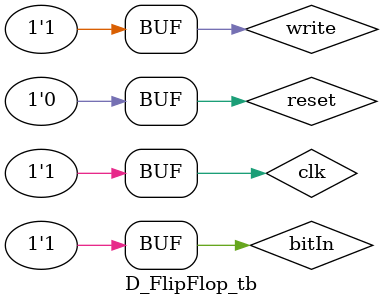
<source format=v>
module D_FlipFlop (bitOut, bitIn, write, reset, clk);
	input write, reset, clk;
	input bitIn;
	output reg bitOut;

	always @(posedge clk, posedge reset) begin

		if(reset) bitOut <= 1'd0;

		else if(write) bitOut <= bitIn;

	end

endmodule

module D_FlipFlop_tb ();
	reg write, reset, clk;
	reg bitIn;
	wire bitOut;

	D_FlipFlop testFF (bitOut, bitIn, write, reset, clk);

	initial begin

		$monitor("In: %b, Out: %b", bitIn, bitOut);

		#5 reset <= 1;

		#5 bitIn <= 1'd1;

		write <= 1;
		reset <= 0;
		#5 clk <= 1;

	end

endmodule

</source>
